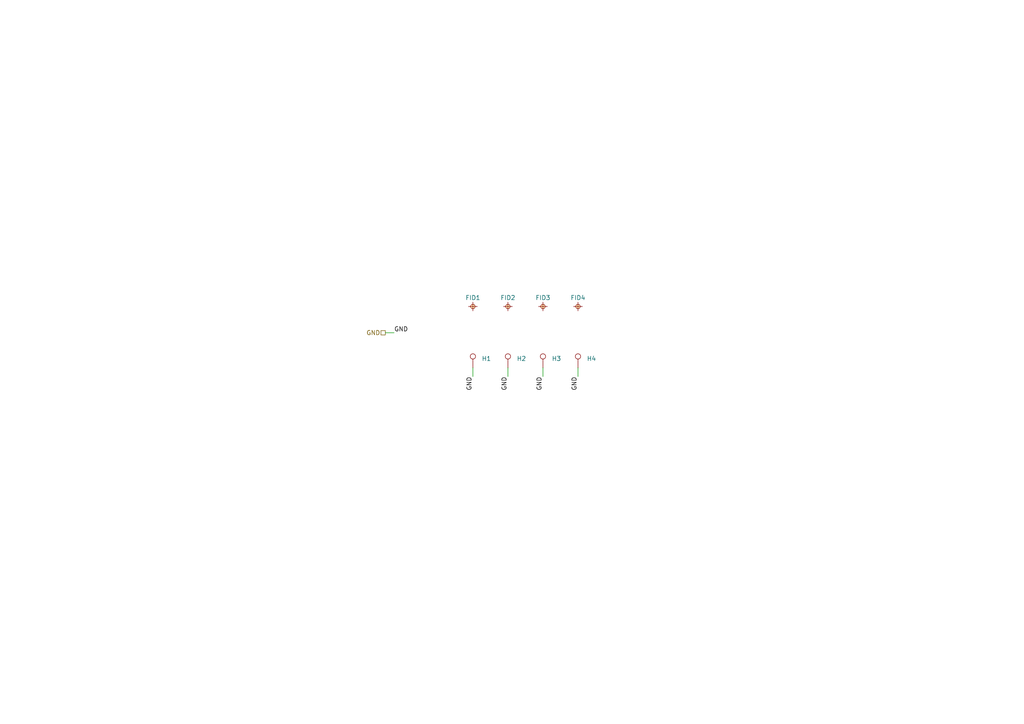
<source format=kicad_sch>
(kicad_sch (version 20230121) (generator eeschema)
  (paper "A4")
  (title_block (title "mouse_joystick_controller") (date "2023-04-04") (rev "2.0") (company "Howard Hughes Medical Institute"))
  (lib_symbols
    (symbol "Janelia:FIDUCIAL_0.5mm_MASK1mm" (pin_numbers hide) (pin_names (offset 0.762) hide) (in_bom no)
      (property "Reference" "FID" (at 0 2.286 0))
      (symbol "FIDUCIAL_0.5mm_MASK1mm_0_1"
        (polyline (pts (xy -1.27 0) (xy 1.27 0) (xy 1.27 0)))
        (polyline (pts (xy 0 1.27) (xy 0 -1.27) (xy 0 -1.27)))
        (circle (center 0 0) (radius 0.635) (fill (type background)))
      )
    )
    (symbol "Janelia:MOUNTING_HOLE_3" (pin_numbers hide) (pin_names (offset 0.762) hide) (in_bom no)
      (property "Reference" "H" (at 0 5.08 0))
      (symbol "MOUNTING_HOLE_3_0_1"
        (circle (center 0 3.302) (radius 0.762))
      )
      (symbol "MOUNTING_HOLE_3_1_1"
        (pin passive line (at 0 0 90) (length 2.54) (name "1") (number "1"))
      )
    )
  )
  (wire (pts (xy 147.32 106.68) (xy 147.32 109.22)))
  (wire (pts (xy 167.64 106.68) (xy 167.64 109.22)))
  (wire (pts (xy 111.76 96.52) (xy 114.3 96.52)))
  (wire (pts (xy 137.16 106.68) (xy 137.16 109.22)))
  (wire (pts (xy 157.48 106.68) (xy 157.48 109.22)))
  (label "GND" (at 147.32 109.22 270))
  (label "GND" (at 167.64 109.22 270))
  (label "GND" (at 137.16 109.22 270))
  (label "GND" (at 114.3 96.52 0))
  (label "GND" (at 157.48 109.22 270))
  (hierarchical_label "GND" (shape passive) (at 111.76 96.52 180))
  (symbol (lib_id "Janelia:FIDUCIAL_0.5mm_MASK1mm") (at 147.32 88.9 0) (unit 1) (in_bom no)
    (property "Reference" "FID2" (at 147.32 86.36 0))
    (property "Value" "FIDUCIAL_0.5mm_MASK1mm" (effects hide))
    (property "Footprint" "Janelia:FIDUCIAL_0.5mm_Mask1mm" (effects hide))
  )
  (symbol (lib_id "Janelia:FIDUCIAL_0.5mm_MASK1mm") (at 167.64 88.9 0) (unit 1) (in_bom no)
    (property "Reference" "FID4" (at 167.64 86.36 0))
    (property "Value" "FIDUCIAL_0.5mm_MASK1mm" (effects hide))
    (property "Footprint" "Janelia:FIDUCIAL_0.5mm_Mask1mm" (effects hide))
  )
  (symbol (lib_id "Janelia:FIDUCIAL_0.5mm_MASK1mm") (at 157.48 88.9 0) (unit 1) (in_bom no)
    (property "Reference" "FID3" (at 157.48 86.36 0))
    (property "Value" "FIDUCIAL_0.5mm_MASK1mm" (effects hide))
    (property "Footprint" "Janelia:FIDUCIAL_0.5mm_Mask1mm" (effects hide))
  )
  (symbol (lib_id "Janelia:MOUNTING_HOLE_3") (at 147.32 106.68 0) (unit 1) (in_bom no)
    (property "Reference" "H2" (at 149.86 104.013 0) (effects (justify left)))
    (property "Value" "MOUNTING_HOLE_3" (effects hide))
    (property "Footprint" "Janelia:MOUNTING_HOLE_3" (effects hide))
    (property "Sim.Enable" "0" (effects hide))
  )
  (symbol (lib_id "Janelia:MOUNTING_HOLE_3") (at 167.64 106.68 0) (unit 1) (in_bom no)
    (property "Reference" "H4" (at 170.18 104.013 0) (effects (justify left)))
    (property "Value" "MOUNTING_HOLE_3" (effects hide))
    (property "Footprint" "Janelia:MOUNTING_HOLE_3" (effects hide))
    (property "Sim.Enable" "0" (effects hide))
  )
  (symbol (lib_id "Janelia:FIDUCIAL_0.5mm_MASK1mm") (at 137.16 88.9 0) (unit 1) (in_bom no)
    (property "Reference" "FID1" (at 137.16 86.36 0))
    (property "Value" "FIDUCIAL_0.5mm_MASK1mm" (effects hide))
    (property "Footprint" "Janelia:FIDUCIAL_0.5mm_Mask1mm" (effects hide))
  )
  (symbol (lib_id "Janelia:MOUNTING_HOLE_3") (at 137.16 106.68 0) (unit 1) (in_bom no)
    (property "Reference" "H1" (at 139.7 104.013 0) (effects (justify left)))
    (property "Value" "MOUNTING_HOLE_3" (effects hide))
    (property "Footprint" "Janelia:MOUNTING_HOLE_3" (effects hide))
    (property "Sim.Enable" "0" (effects hide))
  )
  (symbol (lib_id "Janelia:MOUNTING_HOLE_3") (at 157.48 106.68 0) (unit 1) (in_bom no)
    (property "Reference" "H3" (at 160.02 104.013 0) (effects (justify left)))
    (property "Value" "MOUNTING_HOLE_3" (effects hide))
    (property "Footprint" "Janelia:MOUNTING_HOLE_3" (effects hide))
    (property "Sim.Enable" "0" (effects hide))
  )
)
</source>
